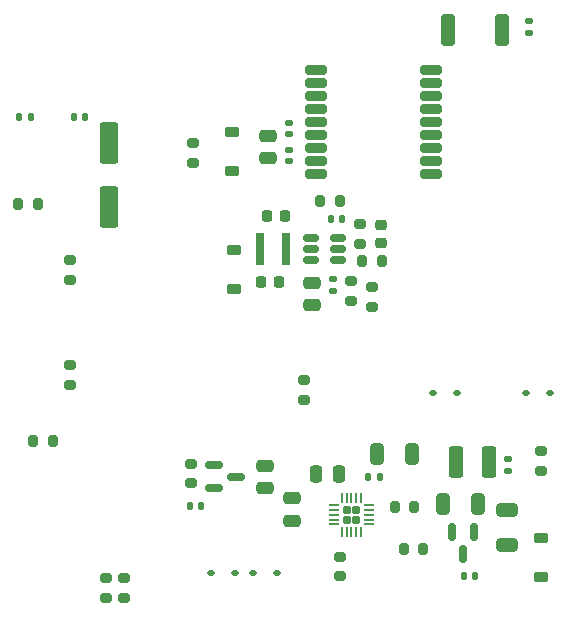
<source format=gbr>
%TF.GenerationSoftware,KiCad,Pcbnew,7.0.5*%
%TF.CreationDate,2023-07-30T11:04:12+02:00*%
%TF.ProjectId,TeensyRPR,5465656e-7379-4525-9052-2e6b69636164,rev?*%
%TF.SameCoordinates,Original*%
%TF.FileFunction,Paste,Top*%
%TF.FilePolarity,Positive*%
%FSLAX46Y46*%
G04 Gerber Fmt 4.6, Leading zero omitted, Abs format (unit mm)*
G04 Created by KiCad (PCBNEW 7.0.5) date 2023-07-30 11:04:12*
%MOMM*%
%LPD*%
G01*
G04 APERTURE LIST*
G04 Aperture macros list*
%AMRoundRect*
0 Rectangle with rounded corners*
0 $1 Rounding radius*
0 $2 $3 $4 $5 $6 $7 $8 $9 X,Y pos of 4 corners*
0 Add a 4 corners polygon primitive as box body*
4,1,4,$2,$3,$4,$5,$6,$7,$8,$9,$2,$3,0*
0 Add four circle primitives for the rounded corners*
1,1,$1+$1,$2,$3*
1,1,$1+$1,$4,$5*
1,1,$1+$1,$6,$7*
1,1,$1+$1,$8,$9*
0 Add four rect primitives between the rounded corners*
20,1,$1+$1,$2,$3,$4,$5,0*
20,1,$1+$1,$4,$5,$6,$7,0*
20,1,$1+$1,$6,$7,$8,$9,0*
20,1,$1+$1,$8,$9,$2,$3,0*%
G04 Aperture macros list end*
%ADD10RoundRect,0.250000X0.650000X-0.325000X0.650000X0.325000X-0.650000X0.325000X-0.650000X-0.325000X0*%
%ADD11RoundRect,0.140000X-0.140000X-0.170000X0.140000X-0.170000X0.140000X0.170000X-0.140000X0.170000X0*%
%ADD12RoundRect,0.140000X-0.170000X0.140000X-0.170000X-0.140000X0.170000X-0.140000X0.170000X0.140000X0*%
%ADD13RoundRect,0.250000X-0.325000X-0.650000X0.325000X-0.650000X0.325000X0.650000X-0.325000X0.650000X0*%
%ADD14RoundRect,0.250000X0.250000X0.475000X-0.250000X0.475000X-0.250000X-0.475000X0.250000X-0.475000X0*%
%ADD15RoundRect,0.250000X0.475000X-0.250000X0.475000X0.250000X-0.475000X0.250000X-0.475000X-0.250000X0*%
%ADD16RoundRect,0.250000X-0.475000X0.250000X-0.475000X-0.250000X0.475000X-0.250000X0.475000X0.250000X0*%
%ADD17RoundRect,0.140000X0.170000X-0.140000X0.170000X0.140000X-0.170000X0.140000X-0.170000X-0.140000X0*%
%ADD18RoundRect,0.250000X-0.375000X-1.075000X0.375000X-1.075000X0.375000X1.075000X-0.375000X1.075000X0*%
%ADD19RoundRect,0.150000X-0.587500X-0.150000X0.587500X-0.150000X0.587500X0.150000X-0.587500X0.150000X0*%
%ADD20RoundRect,0.200000X-0.275000X0.200000X-0.275000X-0.200000X0.275000X-0.200000X0.275000X0.200000X0*%
%ADD21RoundRect,0.200000X-0.200000X-0.275000X0.200000X-0.275000X0.200000X0.275000X-0.200000X0.275000X0*%
%ADD22RoundRect,0.200000X0.200000X0.275000X-0.200000X0.275000X-0.200000X-0.275000X0.200000X-0.275000X0*%
%ADD23RoundRect,0.150000X-0.150000X0.587500X-0.150000X-0.587500X0.150000X-0.587500X0.150000X0.587500X0*%
%ADD24RoundRect,0.200000X0.275000X-0.200000X0.275000X0.200000X-0.275000X0.200000X-0.275000X-0.200000X0*%
%ADD25RoundRect,0.172500X-0.172500X0.172500X-0.172500X-0.172500X0.172500X-0.172500X0.172500X0.172500X0*%
%ADD26RoundRect,0.050000X-0.050000X0.375000X-0.050000X-0.375000X0.050000X-0.375000X0.050000X0.375000X0*%
%ADD27RoundRect,0.050000X-0.375000X0.050000X-0.375000X-0.050000X0.375000X-0.050000X0.375000X0.050000X0*%
%ADD28RoundRect,0.225000X-0.375000X0.225000X-0.375000X-0.225000X0.375000X-0.225000X0.375000X0.225000X0*%
%ADD29RoundRect,0.250000X-0.550000X1.500000X-0.550000X-1.500000X0.550000X-1.500000X0.550000X1.500000X0*%
%ADD30RoundRect,0.112500X0.187500X0.112500X-0.187500X0.112500X-0.187500X-0.112500X0.187500X-0.112500X0*%
%ADD31RoundRect,0.112500X-0.187500X-0.112500X0.187500X-0.112500X0.187500X0.112500X-0.187500X0.112500X0*%
%ADD32RoundRect,0.225000X0.225000X0.250000X-0.225000X0.250000X-0.225000X-0.250000X0.225000X-0.250000X0*%
%ADD33RoundRect,0.225000X-0.225000X-0.250000X0.225000X-0.250000X0.225000X0.250000X-0.225000X0.250000X0*%
%ADD34RoundRect,0.225000X-0.250000X0.225000X-0.250000X-0.225000X0.250000X-0.225000X0.250000X0.225000X0*%
%ADD35R,0.800000X2.700000*%
%ADD36RoundRect,0.150000X-0.512500X-0.150000X0.512500X-0.150000X0.512500X0.150000X-0.512500X0.150000X0*%
%ADD37RoundRect,0.225000X0.375000X-0.225000X0.375000X0.225000X-0.375000X0.225000X-0.375000X-0.225000X0*%
%ADD38RoundRect,0.250000X0.362500X1.075000X-0.362500X1.075000X-0.362500X-1.075000X0.362500X-1.075000X0*%
%ADD39RoundRect,0.147500X0.172500X-0.147500X0.172500X0.147500X-0.172500X0.147500X-0.172500X-0.147500X0*%
%ADD40RoundRect,0.200000X-0.700000X-0.200000X0.700000X-0.200000X0.700000X0.200000X-0.700000X0.200000X0*%
G04 APERTURE END LIST*
D10*
%TO.C,C4*%
X177490000Y-136857000D03*
X177490000Y-133907000D03*
%TD*%
D11*
%TO.C,C5*%
X173784000Y-139432000D03*
X174744000Y-139432000D03*
%TD*%
D12*
%TO.C,C6*%
X177546000Y-129596000D03*
X177546000Y-130556000D03*
%TD*%
D13*
%TO.C,C7*%
X166439000Y-129150000D03*
X169389000Y-129150000D03*
%TD*%
D11*
%TO.C,C8*%
X165719500Y-131113500D03*
X166679500Y-131113500D03*
%TD*%
D13*
%TO.C,C9*%
X172027000Y-133336000D03*
X174977000Y-133336000D03*
%TD*%
D14*
%TO.C,C10*%
X163212500Y-130796000D03*
X161312500Y-130796000D03*
%TD*%
D15*
%TO.C,C11*%
X159278000Y-134794000D03*
X159278000Y-132894000D03*
%TD*%
D16*
%TO.C,C12*%
X156972000Y-130114000D03*
X156972000Y-132014000D03*
%TD*%
D11*
%TO.C,C13*%
X150610000Y-133566000D03*
X151570000Y-133566000D03*
%TD*%
D15*
%TO.C,C15*%
X157226000Y-104074000D03*
X157226000Y-102174000D03*
%TD*%
D17*
%TO.C,C16*%
X159004000Y-104366000D03*
X159004000Y-103406000D03*
%TD*%
D18*
%TO.C,L1*%
X173118000Y-129780000D03*
X175918000Y-129780000D03*
%TD*%
D19*
%TO.C,Q1*%
X152652500Y-130100000D03*
X152652500Y-132000000D03*
X154527500Y-131050000D03*
%TD*%
D20*
%TO.C,R1*%
X150690000Y-129941000D03*
X150690000Y-131591000D03*
%TD*%
%TO.C,R2*%
X163342000Y-137845000D03*
X163342000Y-139495000D03*
%TD*%
D21*
%TO.C,R3*%
X168740000Y-137146000D03*
X170390000Y-137146000D03*
%TD*%
D22*
%TO.C,R4*%
X169628000Y-133653500D03*
X167978000Y-133653500D03*
%TD*%
D20*
%TO.C,R5*%
X140462000Y-121603000D03*
X140462000Y-123253000D03*
%TD*%
D22*
%TO.C,R7*%
X137731000Y-107950000D03*
X136081000Y-107950000D03*
%TD*%
D23*
%TO.C,U2*%
X174706000Y-135700500D03*
X172806000Y-135700500D03*
X173756000Y-137575500D03*
%TD*%
D24*
%TO.C,R9*%
X140462000Y-114363000D03*
X140462000Y-112713000D03*
%TD*%
D25*
%TO.C,U3*%
X164704500Y-133878500D03*
X163884500Y-133878500D03*
X164704500Y-134698500D03*
X163884500Y-134698500D03*
D26*
X165094500Y-132838500D03*
X164694500Y-132838500D03*
X164294500Y-132838500D03*
X163894500Y-132838500D03*
X163494500Y-132838500D03*
D27*
X162844500Y-133488500D03*
X162844500Y-133888500D03*
X162844500Y-134288500D03*
X162844500Y-134688500D03*
X162844500Y-135088500D03*
D26*
X163494500Y-135738500D03*
X163894500Y-135738500D03*
X164294500Y-135738500D03*
X164694500Y-135738500D03*
X165094500Y-135738500D03*
D27*
X165744500Y-135088500D03*
X165744500Y-134688500D03*
X165744500Y-134288500D03*
X165744500Y-133888500D03*
X165744500Y-133488500D03*
%TD*%
D17*
%TO.C,C2*%
X159004000Y-102080000D03*
X159004000Y-101120000D03*
%TD*%
D20*
%TO.C,R6*%
X150876000Y-102807000D03*
X150876000Y-104457000D03*
%TD*%
D28*
%TO.C,D1*%
X154178000Y-101856000D03*
X154178000Y-105156000D03*
%TD*%
D29*
%TO.C,C1*%
X143764000Y-102804000D03*
X143764000Y-108204000D03*
%TD*%
D22*
%TO.C,R11*%
X139001000Y-128016000D03*
X137351000Y-128016000D03*
%TD*%
D11*
%TO.C,C23*%
X136172000Y-100584000D03*
X137132000Y-100584000D03*
%TD*%
%TO.C,C24*%
X140772000Y-100584000D03*
X141732000Y-100584000D03*
%TD*%
D30*
%TO.C,D7*%
X154466000Y-139192000D03*
X152366000Y-139192000D03*
%TD*%
D31*
%TO.C,D8*%
X155922000Y-139192000D03*
X158022000Y-139192000D03*
%TD*%
D24*
%TO.C,R8*%
X145034000Y-141287000D03*
X145034000Y-139637000D03*
%TD*%
%TO.C,R10*%
X143510000Y-141287000D03*
X143510000Y-139637000D03*
%TD*%
D16*
%TO.C,C17*%
X160971500Y-114621500D03*
X160971500Y-116521500D03*
%TD*%
D12*
%TO.C,C18*%
X162749500Y-114329500D03*
X162749500Y-115289500D03*
%TD*%
D11*
%TO.C,C19*%
X162523500Y-109221500D03*
X163483500Y-109221500D03*
%TD*%
D32*
%TO.C,C20*%
X158698500Y-108967500D03*
X157148500Y-108967500D03*
%TD*%
D33*
%TO.C,C21*%
X156640500Y-114555500D03*
X158190500Y-114555500D03*
%TD*%
D34*
%TO.C,C22*%
X166813500Y-109716500D03*
X166813500Y-111266500D03*
%TD*%
D35*
%TO.C,L2*%
X158769500Y-111761500D03*
X156569500Y-111761500D03*
%TD*%
D20*
%TO.C,R12*%
X166051500Y-115000500D03*
X166051500Y-116650500D03*
%TD*%
D24*
%TO.C,R13*%
X164273500Y-116142500D03*
X164273500Y-114492500D03*
%TD*%
D22*
%TO.C,R14*%
X163320500Y-107697500D03*
X161670500Y-107697500D03*
%TD*%
D24*
%TO.C,R15*%
X165035500Y-111316500D03*
X165035500Y-109666500D03*
%TD*%
D22*
%TO.C,R16*%
X166876500Y-112777500D03*
X165226500Y-112777500D03*
%TD*%
D36*
%TO.C,U6*%
X160850000Y-110811500D03*
X160850000Y-111761500D03*
X160850000Y-112711500D03*
X163125000Y-112711500D03*
X163125000Y-111761500D03*
X163125000Y-110811500D03*
%TD*%
D37*
%TO.C,D6*%
X154367500Y-115188000D03*
X154367500Y-111888000D03*
%TD*%
%TO.C,D9*%
X180340000Y-139572000D03*
X180340000Y-136272000D03*
%TD*%
D20*
%TO.C,R17*%
X160274000Y-122873000D03*
X160274000Y-124523000D03*
%TD*%
%TO.C,R19*%
X180340000Y-128906000D03*
X180340000Y-130556000D03*
%TD*%
D31*
%TO.C,D11*%
X171162000Y-123952000D03*
X173262000Y-123952000D03*
%TD*%
D30*
%TO.C,D10*%
X181136000Y-123952000D03*
X179036000Y-123952000D03*
%TD*%
D38*
%TO.C,R18*%
X177064500Y-93218000D03*
X172439500Y-93218000D03*
%TD*%
D39*
%TO.C,L3*%
X179324000Y-93449000D03*
X179324000Y-92479000D03*
%TD*%
D40*
%TO.C,U1*%
X161290000Y-96610000D03*
X161290000Y-97710000D03*
X161290000Y-98810000D03*
X161290000Y-99910000D03*
X161290000Y-101010000D03*
X161290000Y-102110000D03*
X161290000Y-103210000D03*
X161290000Y-104310000D03*
X161290000Y-105410000D03*
X170990000Y-105410000D03*
X170990000Y-104310000D03*
X170990000Y-103210000D03*
X170990000Y-102110000D03*
X170990000Y-101010000D03*
X170990000Y-99910000D03*
X170990000Y-98810000D03*
X170990000Y-97710000D03*
X170990000Y-96610000D03*
%TD*%
M02*

</source>
